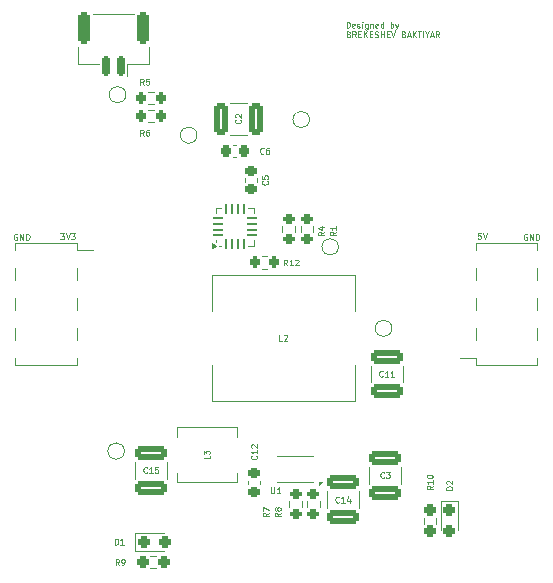
<source format=gto>
G04 #@! TF.GenerationSoftware,KiCad,Pcbnew,8.0.1*
G04 #@! TF.CreationDate,2025-02-17T13:19:52+05:00*
G04 #@! TF.ProjectId,2s_power,32735f70-6f77-4657-922e-6b696361645f,rev?*
G04 #@! TF.SameCoordinates,Original*
G04 #@! TF.FileFunction,Legend,Top*
G04 #@! TF.FilePolarity,Positive*
%FSLAX46Y46*%
G04 Gerber Fmt 4.6, Leading zero omitted, Abs format (unit mm)*
G04 Created by KiCad (PCBNEW 8.0.1) date 2025-02-17 13:19:52*
%MOMM*%
%LPD*%
G01*
G04 APERTURE LIST*
G04 Aperture macros list*
%AMRoundRect*
0 Rectangle with rounded corners*
0 $1 Rounding radius*
0 $2 $3 $4 $5 $6 $7 $8 $9 X,Y pos of 4 corners*
0 Add a 4 corners polygon primitive as box body*
4,1,4,$2,$3,$4,$5,$6,$7,$8,$9,$2,$3,0*
0 Add four circle primitives for the rounded corners*
1,1,$1+$1,$2,$3*
1,1,$1+$1,$4,$5*
1,1,$1+$1,$6,$7*
1,1,$1+$1,$8,$9*
0 Add four rect primitives between the rounded corners*
20,1,$1+$1,$2,$3,$4,$5,0*
20,1,$1+$1,$4,$5,$6,$7,0*
20,1,$1+$1,$6,$7,$8,$9,0*
20,1,$1+$1,$8,$9,$2,$3,0*%
G04 Aperture macros list end*
%ADD10C,0.100000*%
%ADD11C,0.120000*%
%ADD12R,3.000000X1.000000*%
%ADD13RoundRect,0.237500X-0.237500X0.250000X-0.237500X-0.250000X0.237500X-0.250000X0.237500X0.250000X0*%
%ADD14R,3.500000X4.000000*%
%ADD15RoundRect,0.250000X-1.100000X0.325000X-1.100000X-0.325000X1.100000X-0.325000X1.100000X0.325000X0*%
%ADD16C,2.200000*%
%ADD17RoundRect,0.200000X-0.275000X0.200000X-0.275000X-0.200000X0.275000X-0.200000X0.275000X0.200000X0*%
%ADD18C,1.000000*%
%ADD19RoundRect,0.062500X0.062500X-0.350000X0.062500X0.350000X-0.062500X0.350000X-0.062500X-0.350000X0*%
%ADD20RoundRect,0.062500X0.350000X-0.062500X0.350000X0.062500X-0.350000X0.062500X-0.350000X-0.062500X0*%
%ADD21R,1.680000X1.680000*%
%ADD22R,1.500000X2.500000*%
%ADD23RoundRect,0.200000X0.275000X-0.200000X0.275000X0.200000X-0.275000X0.200000X-0.275000X-0.200000X0*%
%ADD24RoundRect,0.200000X-0.200000X-0.275000X0.200000X-0.275000X0.200000X0.275000X-0.200000X0.275000X0*%
%ADD25RoundRect,0.237500X-0.250000X-0.237500X0.250000X-0.237500X0.250000X0.237500X-0.250000X0.237500X0*%
%ADD26RoundRect,0.225000X-0.250000X0.225000X-0.250000X-0.225000X0.250000X-0.225000X0.250000X0.225000X0*%
%ADD27RoundRect,0.225000X0.250000X-0.225000X0.250000X0.225000X-0.250000X0.225000X-0.250000X-0.225000X0*%
%ADD28RoundRect,0.250000X-0.325000X-1.100000X0.325000X-1.100000X0.325000X1.100000X-0.325000X1.100000X0*%
%ADD29RoundRect,0.200000X0.200000X0.275000X-0.200000X0.275000X-0.200000X-0.275000X0.200000X-0.275000X0*%
%ADD30R,0.750000X0.300000*%
%ADD31R,1.750000X1.450000*%
%ADD32RoundRect,0.237500X-0.237500X0.287500X-0.237500X-0.287500X0.237500X-0.287500X0.237500X0.287500X0*%
%ADD33RoundRect,0.150000X0.150000X0.700000X-0.150000X0.700000X-0.150000X-0.700000X0.150000X-0.700000X0*%
%ADD34RoundRect,0.250000X0.250000X1.100000X-0.250000X1.100000X-0.250000X-1.100000X0.250000X-1.100000X0*%
%ADD35RoundRect,0.237500X-0.287500X-0.237500X0.287500X-0.237500X0.287500X0.237500X-0.287500X0.237500X0*%
%ADD36RoundRect,0.225000X0.225000X0.250000X-0.225000X0.250000X-0.225000X-0.250000X0.225000X-0.250000X0*%
%ADD37R,3.800000X3.800000*%
%ADD38C,3.800000*%
G04 APERTURE END LIST*
D10*
X186121741Y-99082419D02*
X186074122Y-99058609D01*
X186074122Y-99058609D02*
X186002693Y-99058609D01*
X186002693Y-99058609D02*
X185931265Y-99082419D01*
X185931265Y-99082419D02*
X185883646Y-99130038D01*
X185883646Y-99130038D02*
X185859836Y-99177657D01*
X185859836Y-99177657D02*
X185836027Y-99272895D01*
X185836027Y-99272895D02*
X185836027Y-99344323D01*
X185836027Y-99344323D02*
X185859836Y-99439561D01*
X185859836Y-99439561D02*
X185883646Y-99487180D01*
X185883646Y-99487180D02*
X185931265Y-99534800D01*
X185931265Y-99534800D02*
X186002693Y-99558609D01*
X186002693Y-99558609D02*
X186050312Y-99558609D01*
X186050312Y-99558609D02*
X186121741Y-99534800D01*
X186121741Y-99534800D02*
X186145550Y-99510990D01*
X186145550Y-99510990D02*
X186145550Y-99344323D01*
X186145550Y-99344323D02*
X186050312Y-99344323D01*
X186359836Y-99558609D02*
X186359836Y-99058609D01*
X186359836Y-99058609D02*
X186645550Y-99558609D01*
X186645550Y-99558609D02*
X186645550Y-99058609D01*
X186883646Y-99558609D02*
X186883646Y-99058609D01*
X186883646Y-99058609D02*
X187002694Y-99058609D01*
X187002694Y-99058609D02*
X187074122Y-99082419D01*
X187074122Y-99082419D02*
X187121741Y-99130038D01*
X187121741Y-99130038D02*
X187145551Y-99177657D01*
X187145551Y-99177657D02*
X187169360Y-99272895D01*
X187169360Y-99272895D02*
X187169360Y-99344323D01*
X187169360Y-99344323D02*
X187145551Y-99439561D01*
X187145551Y-99439561D02*
X187121741Y-99487180D01*
X187121741Y-99487180D02*
X187074122Y-99534800D01*
X187074122Y-99534800D02*
X187002694Y-99558609D01*
X187002694Y-99558609D02*
X186883646Y-99558609D01*
X146612217Y-99008609D02*
X146921741Y-99008609D01*
X146921741Y-99008609D02*
X146755074Y-99199085D01*
X146755074Y-99199085D02*
X146826503Y-99199085D01*
X146826503Y-99199085D02*
X146874122Y-99222895D01*
X146874122Y-99222895D02*
X146897931Y-99246704D01*
X146897931Y-99246704D02*
X146921741Y-99294323D01*
X146921741Y-99294323D02*
X146921741Y-99413371D01*
X146921741Y-99413371D02*
X146897931Y-99460990D01*
X146897931Y-99460990D02*
X146874122Y-99484800D01*
X146874122Y-99484800D02*
X146826503Y-99508609D01*
X146826503Y-99508609D02*
X146683646Y-99508609D01*
X146683646Y-99508609D02*
X146636027Y-99484800D01*
X146636027Y-99484800D02*
X146612217Y-99460990D01*
X147064598Y-99008609D02*
X147231264Y-99508609D01*
X147231264Y-99508609D02*
X147397931Y-99008609D01*
X147516978Y-99008609D02*
X147826502Y-99008609D01*
X147826502Y-99008609D02*
X147659835Y-99199085D01*
X147659835Y-99199085D02*
X147731264Y-99199085D01*
X147731264Y-99199085D02*
X147778883Y-99222895D01*
X147778883Y-99222895D02*
X147802692Y-99246704D01*
X147802692Y-99246704D02*
X147826502Y-99294323D01*
X147826502Y-99294323D02*
X147826502Y-99413371D01*
X147826502Y-99413371D02*
X147802692Y-99460990D01*
X147802692Y-99460990D02*
X147778883Y-99484800D01*
X147778883Y-99484800D02*
X147731264Y-99508609D01*
X147731264Y-99508609D02*
X147588407Y-99508609D01*
X147588407Y-99508609D02*
X147540788Y-99484800D01*
X147540788Y-99484800D02*
X147516978Y-99460990D01*
X182197931Y-98983609D02*
X181959836Y-98983609D01*
X181959836Y-98983609D02*
X181936027Y-99221704D01*
X181936027Y-99221704D02*
X181959836Y-99197895D01*
X181959836Y-99197895D02*
X182007455Y-99174085D01*
X182007455Y-99174085D02*
X182126503Y-99174085D01*
X182126503Y-99174085D02*
X182174122Y-99197895D01*
X182174122Y-99197895D02*
X182197931Y-99221704D01*
X182197931Y-99221704D02*
X182221741Y-99269323D01*
X182221741Y-99269323D02*
X182221741Y-99388371D01*
X182221741Y-99388371D02*
X182197931Y-99435990D01*
X182197931Y-99435990D02*
X182174122Y-99459800D01*
X182174122Y-99459800D02*
X182126503Y-99483609D01*
X182126503Y-99483609D02*
X182007455Y-99483609D01*
X182007455Y-99483609D02*
X181959836Y-99459800D01*
X181959836Y-99459800D02*
X181936027Y-99435990D01*
X182364598Y-98983609D02*
X182531264Y-99483609D01*
X182531264Y-99483609D02*
X182697931Y-98983609D01*
X170834836Y-81603637D02*
X170834836Y-81103637D01*
X170834836Y-81103637D02*
X170953884Y-81103637D01*
X170953884Y-81103637D02*
X171025312Y-81127447D01*
X171025312Y-81127447D02*
X171072931Y-81175066D01*
X171072931Y-81175066D02*
X171096741Y-81222685D01*
X171096741Y-81222685D02*
X171120550Y-81317923D01*
X171120550Y-81317923D02*
X171120550Y-81389351D01*
X171120550Y-81389351D02*
X171096741Y-81484589D01*
X171096741Y-81484589D02*
X171072931Y-81532208D01*
X171072931Y-81532208D02*
X171025312Y-81579828D01*
X171025312Y-81579828D02*
X170953884Y-81603637D01*
X170953884Y-81603637D02*
X170834836Y-81603637D01*
X171525312Y-81579828D02*
X171477693Y-81603637D01*
X171477693Y-81603637D02*
X171382455Y-81603637D01*
X171382455Y-81603637D02*
X171334836Y-81579828D01*
X171334836Y-81579828D02*
X171311027Y-81532208D01*
X171311027Y-81532208D02*
X171311027Y-81341732D01*
X171311027Y-81341732D02*
X171334836Y-81294113D01*
X171334836Y-81294113D02*
X171382455Y-81270304D01*
X171382455Y-81270304D02*
X171477693Y-81270304D01*
X171477693Y-81270304D02*
X171525312Y-81294113D01*
X171525312Y-81294113D02*
X171549122Y-81341732D01*
X171549122Y-81341732D02*
X171549122Y-81389351D01*
X171549122Y-81389351D02*
X171311027Y-81436970D01*
X171739598Y-81579828D02*
X171787217Y-81603637D01*
X171787217Y-81603637D02*
X171882455Y-81603637D01*
X171882455Y-81603637D02*
X171930074Y-81579828D01*
X171930074Y-81579828D02*
X171953883Y-81532208D01*
X171953883Y-81532208D02*
X171953883Y-81508399D01*
X171953883Y-81508399D02*
X171930074Y-81460780D01*
X171930074Y-81460780D02*
X171882455Y-81436970D01*
X171882455Y-81436970D02*
X171811026Y-81436970D01*
X171811026Y-81436970D02*
X171763407Y-81413161D01*
X171763407Y-81413161D02*
X171739598Y-81365542D01*
X171739598Y-81365542D02*
X171739598Y-81341732D01*
X171739598Y-81341732D02*
X171763407Y-81294113D01*
X171763407Y-81294113D02*
X171811026Y-81270304D01*
X171811026Y-81270304D02*
X171882455Y-81270304D01*
X171882455Y-81270304D02*
X171930074Y-81294113D01*
X172168169Y-81603637D02*
X172168169Y-81270304D01*
X172168169Y-81103637D02*
X172144360Y-81127447D01*
X172144360Y-81127447D02*
X172168169Y-81151256D01*
X172168169Y-81151256D02*
X172191979Y-81127447D01*
X172191979Y-81127447D02*
X172168169Y-81103637D01*
X172168169Y-81103637D02*
X172168169Y-81151256D01*
X172620550Y-81270304D02*
X172620550Y-81675066D01*
X172620550Y-81675066D02*
X172596740Y-81722685D01*
X172596740Y-81722685D02*
X172572931Y-81746494D01*
X172572931Y-81746494D02*
X172525312Y-81770304D01*
X172525312Y-81770304D02*
X172453883Y-81770304D01*
X172453883Y-81770304D02*
X172406264Y-81746494D01*
X172620550Y-81579828D02*
X172572931Y-81603637D01*
X172572931Y-81603637D02*
X172477693Y-81603637D01*
X172477693Y-81603637D02*
X172430074Y-81579828D01*
X172430074Y-81579828D02*
X172406264Y-81556018D01*
X172406264Y-81556018D02*
X172382455Y-81508399D01*
X172382455Y-81508399D02*
X172382455Y-81365542D01*
X172382455Y-81365542D02*
X172406264Y-81317923D01*
X172406264Y-81317923D02*
X172430074Y-81294113D01*
X172430074Y-81294113D02*
X172477693Y-81270304D01*
X172477693Y-81270304D02*
X172572931Y-81270304D01*
X172572931Y-81270304D02*
X172620550Y-81294113D01*
X172858645Y-81270304D02*
X172858645Y-81603637D01*
X172858645Y-81317923D02*
X172882455Y-81294113D01*
X172882455Y-81294113D02*
X172930074Y-81270304D01*
X172930074Y-81270304D02*
X173001502Y-81270304D01*
X173001502Y-81270304D02*
X173049121Y-81294113D01*
X173049121Y-81294113D02*
X173072931Y-81341732D01*
X173072931Y-81341732D02*
X173072931Y-81603637D01*
X173501502Y-81579828D02*
X173453883Y-81603637D01*
X173453883Y-81603637D02*
X173358645Y-81603637D01*
X173358645Y-81603637D02*
X173311026Y-81579828D01*
X173311026Y-81579828D02*
X173287217Y-81532208D01*
X173287217Y-81532208D02*
X173287217Y-81341732D01*
X173287217Y-81341732D02*
X173311026Y-81294113D01*
X173311026Y-81294113D02*
X173358645Y-81270304D01*
X173358645Y-81270304D02*
X173453883Y-81270304D01*
X173453883Y-81270304D02*
X173501502Y-81294113D01*
X173501502Y-81294113D02*
X173525312Y-81341732D01*
X173525312Y-81341732D02*
X173525312Y-81389351D01*
X173525312Y-81389351D02*
X173287217Y-81436970D01*
X173953883Y-81603637D02*
X173953883Y-81103637D01*
X173953883Y-81579828D02*
X173906264Y-81603637D01*
X173906264Y-81603637D02*
X173811026Y-81603637D01*
X173811026Y-81603637D02*
X173763407Y-81579828D01*
X173763407Y-81579828D02*
X173739597Y-81556018D01*
X173739597Y-81556018D02*
X173715788Y-81508399D01*
X173715788Y-81508399D02*
X173715788Y-81365542D01*
X173715788Y-81365542D02*
X173739597Y-81317923D01*
X173739597Y-81317923D02*
X173763407Y-81294113D01*
X173763407Y-81294113D02*
X173811026Y-81270304D01*
X173811026Y-81270304D02*
X173906264Y-81270304D01*
X173906264Y-81270304D02*
X173953883Y-81294113D01*
X174572930Y-81603637D02*
X174572930Y-81103637D01*
X174572930Y-81294113D02*
X174620549Y-81270304D01*
X174620549Y-81270304D02*
X174715787Y-81270304D01*
X174715787Y-81270304D02*
X174763406Y-81294113D01*
X174763406Y-81294113D02*
X174787216Y-81317923D01*
X174787216Y-81317923D02*
X174811025Y-81365542D01*
X174811025Y-81365542D02*
X174811025Y-81508399D01*
X174811025Y-81508399D02*
X174787216Y-81556018D01*
X174787216Y-81556018D02*
X174763406Y-81579828D01*
X174763406Y-81579828D02*
X174715787Y-81603637D01*
X174715787Y-81603637D02*
X174620549Y-81603637D01*
X174620549Y-81603637D02*
X174572930Y-81579828D01*
X174977692Y-81270304D02*
X175096740Y-81603637D01*
X175215787Y-81270304D02*
X175096740Y-81603637D01*
X175096740Y-81603637D02*
X175049121Y-81722685D01*
X175049121Y-81722685D02*
X175025311Y-81746494D01*
X175025311Y-81746494D02*
X174977692Y-81770304D01*
X171001503Y-82146704D02*
X171072931Y-82170514D01*
X171072931Y-82170514D02*
X171096741Y-82194323D01*
X171096741Y-82194323D02*
X171120550Y-82241942D01*
X171120550Y-82241942D02*
X171120550Y-82313371D01*
X171120550Y-82313371D02*
X171096741Y-82360990D01*
X171096741Y-82360990D02*
X171072931Y-82384800D01*
X171072931Y-82384800D02*
X171025312Y-82408609D01*
X171025312Y-82408609D02*
X170834836Y-82408609D01*
X170834836Y-82408609D02*
X170834836Y-81908609D01*
X170834836Y-81908609D02*
X171001503Y-81908609D01*
X171001503Y-81908609D02*
X171049122Y-81932419D01*
X171049122Y-81932419D02*
X171072931Y-81956228D01*
X171072931Y-81956228D02*
X171096741Y-82003847D01*
X171096741Y-82003847D02*
X171096741Y-82051466D01*
X171096741Y-82051466D02*
X171072931Y-82099085D01*
X171072931Y-82099085D02*
X171049122Y-82122895D01*
X171049122Y-82122895D02*
X171001503Y-82146704D01*
X171001503Y-82146704D02*
X170834836Y-82146704D01*
X171620550Y-82408609D02*
X171453884Y-82170514D01*
X171334836Y-82408609D02*
X171334836Y-81908609D01*
X171334836Y-81908609D02*
X171525312Y-81908609D01*
X171525312Y-81908609D02*
X171572931Y-81932419D01*
X171572931Y-81932419D02*
X171596741Y-81956228D01*
X171596741Y-81956228D02*
X171620550Y-82003847D01*
X171620550Y-82003847D02*
X171620550Y-82075276D01*
X171620550Y-82075276D02*
X171596741Y-82122895D01*
X171596741Y-82122895D02*
X171572931Y-82146704D01*
X171572931Y-82146704D02*
X171525312Y-82170514D01*
X171525312Y-82170514D02*
X171334836Y-82170514D01*
X171834836Y-82146704D02*
X172001503Y-82146704D01*
X172072931Y-82408609D02*
X171834836Y-82408609D01*
X171834836Y-82408609D02*
X171834836Y-81908609D01*
X171834836Y-81908609D02*
X172072931Y-81908609D01*
X172287217Y-82408609D02*
X172287217Y-81908609D01*
X172572931Y-82408609D02*
X172358646Y-82122895D01*
X172572931Y-81908609D02*
X172287217Y-82194323D01*
X172787217Y-82146704D02*
X172953884Y-82146704D01*
X173025312Y-82408609D02*
X172787217Y-82408609D01*
X172787217Y-82408609D02*
X172787217Y-81908609D01*
X172787217Y-81908609D02*
X173025312Y-81908609D01*
X173215789Y-82384800D02*
X173287217Y-82408609D01*
X173287217Y-82408609D02*
X173406265Y-82408609D01*
X173406265Y-82408609D02*
X173453884Y-82384800D01*
X173453884Y-82384800D02*
X173477693Y-82360990D01*
X173477693Y-82360990D02*
X173501503Y-82313371D01*
X173501503Y-82313371D02*
X173501503Y-82265752D01*
X173501503Y-82265752D02*
X173477693Y-82218133D01*
X173477693Y-82218133D02*
X173453884Y-82194323D01*
X173453884Y-82194323D02*
X173406265Y-82170514D01*
X173406265Y-82170514D02*
X173311027Y-82146704D01*
X173311027Y-82146704D02*
X173263408Y-82122895D01*
X173263408Y-82122895D02*
X173239598Y-82099085D01*
X173239598Y-82099085D02*
X173215789Y-82051466D01*
X173215789Y-82051466D02*
X173215789Y-82003847D01*
X173215789Y-82003847D02*
X173239598Y-81956228D01*
X173239598Y-81956228D02*
X173263408Y-81932419D01*
X173263408Y-81932419D02*
X173311027Y-81908609D01*
X173311027Y-81908609D02*
X173430074Y-81908609D01*
X173430074Y-81908609D02*
X173501503Y-81932419D01*
X173715788Y-82408609D02*
X173715788Y-81908609D01*
X173715788Y-82146704D02*
X174001502Y-82146704D01*
X174001502Y-82408609D02*
X174001502Y-81908609D01*
X174239598Y-82146704D02*
X174406265Y-82146704D01*
X174477693Y-82408609D02*
X174239598Y-82408609D01*
X174239598Y-82408609D02*
X174239598Y-81908609D01*
X174239598Y-81908609D02*
X174477693Y-81908609D01*
X174620551Y-81908609D02*
X174787217Y-82408609D01*
X174787217Y-82408609D02*
X174953884Y-81908609D01*
X175668169Y-82146704D02*
X175739597Y-82170514D01*
X175739597Y-82170514D02*
X175763407Y-82194323D01*
X175763407Y-82194323D02*
X175787216Y-82241942D01*
X175787216Y-82241942D02*
X175787216Y-82313371D01*
X175787216Y-82313371D02*
X175763407Y-82360990D01*
X175763407Y-82360990D02*
X175739597Y-82384800D01*
X175739597Y-82384800D02*
X175691978Y-82408609D01*
X175691978Y-82408609D02*
X175501502Y-82408609D01*
X175501502Y-82408609D02*
X175501502Y-81908609D01*
X175501502Y-81908609D02*
X175668169Y-81908609D01*
X175668169Y-81908609D02*
X175715788Y-81932419D01*
X175715788Y-81932419D02*
X175739597Y-81956228D01*
X175739597Y-81956228D02*
X175763407Y-82003847D01*
X175763407Y-82003847D02*
X175763407Y-82051466D01*
X175763407Y-82051466D02*
X175739597Y-82099085D01*
X175739597Y-82099085D02*
X175715788Y-82122895D01*
X175715788Y-82122895D02*
X175668169Y-82146704D01*
X175668169Y-82146704D02*
X175501502Y-82146704D01*
X175977693Y-82265752D02*
X176215788Y-82265752D01*
X175930074Y-82408609D02*
X176096740Y-81908609D01*
X176096740Y-81908609D02*
X176263407Y-82408609D01*
X176430073Y-82408609D02*
X176430073Y-81908609D01*
X176715787Y-82408609D02*
X176501502Y-82122895D01*
X176715787Y-81908609D02*
X176430073Y-82194323D01*
X176858645Y-81908609D02*
X177144359Y-81908609D01*
X177001502Y-82408609D02*
X177001502Y-81908609D01*
X177311025Y-82408609D02*
X177311025Y-81908609D01*
X177644358Y-82170514D02*
X177644358Y-82408609D01*
X177477692Y-81908609D02*
X177644358Y-82170514D01*
X177644358Y-82170514D02*
X177811025Y-81908609D01*
X177953882Y-82265752D02*
X178191977Y-82265752D01*
X177906263Y-82408609D02*
X178072929Y-81908609D01*
X178072929Y-81908609D02*
X178239596Y-82408609D01*
X178691976Y-82408609D02*
X178525310Y-82170514D01*
X178406262Y-82408609D02*
X178406262Y-81908609D01*
X178406262Y-81908609D02*
X178596738Y-81908609D01*
X178596738Y-81908609D02*
X178644357Y-81932419D01*
X178644357Y-81932419D02*
X178668167Y-81956228D01*
X178668167Y-81956228D02*
X178691976Y-82003847D01*
X178691976Y-82003847D02*
X178691976Y-82075276D01*
X178691976Y-82075276D02*
X178668167Y-82122895D01*
X178668167Y-82122895D02*
X178644357Y-82146704D01*
X178644357Y-82146704D02*
X178596738Y-82170514D01*
X178596738Y-82170514D02*
X178406262Y-82170514D01*
X142946741Y-99082419D02*
X142899122Y-99058609D01*
X142899122Y-99058609D02*
X142827693Y-99058609D01*
X142827693Y-99058609D02*
X142756265Y-99082419D01*
X142756265Y-99082419D02*
X142708646Y-99130038D01*
X142708646Y-99130038D02*
X142684836Y-99177657D01*
X142684836Y-99177657D02*
X142661027Y-99272895D01*
X142661027Y-99272895D02*
X142661027Y-99344323D01*
X142661027Y-99344323D02*
X142684836Y-99439561D01*
X142684836Y-99439561D02*
X142708646Y-99487180D01*
X142708646Y-99487180D02*
X142756265Y-99534800D01*
X142756265Y-99534800D02*
X142827693Y-99558609D01*
X142827693Y-99558609D02*
X142875312Y-99558609D01*
X142875312Y-99558609D02*
X142946741Y-99534800D01*
X142946741Y-99534800D02*
X142970550Y-99510990D01*
X142970550Y-99510990D02*
X142970550Y-99344323D01*
X142970550Y-99344323D02*
X142875312Y-99344323D01*
X143184836Y-99558609D02*
X143184836Y-99058609D01*
X143184836Y-99058609D02*
X143470550Y-99558609D01*
X143470550Y-99558609D02*
X143470550Y-99058609D01*
X143708646Y-99558609D02*
X143708646Y-99058609D01*
X143708646Y-99058609D02*
X143827694Y-99058609D01*
X143827694Y-99058609D02*
X143899122Y-99082419D01*
X143899122Y-99082419D02*
X143946741Y-99130038D01*
X143946741Y-99130038D02*
X143970551Y-99177657D01*
X143970551Y-99177657D02*
X143994360Y-99272895D01*
X143994360Y-99272895D02*
X143994360Y-99344323D01*
X143994360Y-99344323D02*
X143970551Y-99439561D01*
X143970551Y-99439561D02*
X143946741Y-99487180D01*
X143946741Y-99487180D02*
X143899122Y-99534800D01*
X143899122Y-99534800D02*
X143827694Y-99558609D01*
X143827694Y-99558609D02*
X143708646Y-99558609D01*
X178127909Y-120394879D02*
X177889814Y-120561545D01*
X178127909Y-120680593D02*
X177627909Y-120680593D01*
X177627909Y-120680593D02*
X177627909Y-120490117D01*
X177627909Y-120490117D02*
X177651719Y-120442498D01*
X177651719Y-120442498D02*
X177675528Y-120418688D01*
X177675528Y-120418688D02*
X177723147Y-120394879D01*
X177723147Y-120394879D02*
X177794576Y-120394879D01*
X177794576Y-120394879D02*
X177842195Y-120418688D01*
X177842195Y-120418688D02*
X177866004Y-120442498D01*
X177866004Y-120442498D02*
X177889814Y-120490117D01*
X177889814Y-120490117D02*
X177889814Y-120680593D01*
X178127909Y-119918688D02*
X178127909Y-120204402D01*
X178127909Y-120061545D02*
X177627909Y-120061545D01*
X177627909Y-120061545D02*
X177699338Y-120109164D01*
X177699338Y-120109164D02*
X177746957Y-120156783D01*
X177746957Y-120156783D02*
X177770766Y-120204402D01*
X177627909Y-119609165D02*
X177627909Y-119561546D01*
X177627909Y-119561546D02*
X177651719Y-119513927D01*
X177651719Y-119513927D02*
X177675528Y-119490117D01*
X177675528Y-119490117D02*
X177723147Y-119466308D01*
X177723147Y-119466308D02*
X177818385Y-119442498D01*
X177818385Y-119442498D02*
X177937433Y-119442498D01*
X177937433Y-119442498D02*
X178032671Y-119466308D01*
X178032671Y-119466308D02*
X178080290Y-119490117D01*
X178080290Y-119490117D02*
X178104100Y-119513927D01*
X178104100Y-119513927D02*
X178127909Y-119561546D01*
X178127909Y-119561546D02*
X178127909Y-119609165D01*
X178127909Y-119609165D02*
X178104100Y-119656784D01*
X178104100Y-119656784D02*
X178080290Y-119680593D01*
X178080290Y-119680593D02*
X178032671Y-119704403D01*
X178032671Y-119704403D02*
X177937433Y-119728212D01*
X177937433Y-119728212D02*
X177818385Y-119728212D01*
X177818385Y-119728212D02*
X177723147Y-119704403D01*
X177723147Y-119704403D02*
X177675528Y-119680593D01*
X177675528Y-119680593D02*
X177651719Y-119656784D01*
X177651719Y-119656784D02*
X177627909Y-119609165D01*
X165391666Y-108101109D02*
X165153571Y-108101109D01*
X165153571Y-108101109D02*
X165153571Y-107601109D01*
X165534524Y-107648728D02*
X165558333Y-107624919D01*
X165558333Y-107624919D02*
X165605952Y-107601109D01*
X165605952Y-107601109D02*
X165725000Y-107601109D01*
X165725000Y-107601109D02*
X165772619Y-107624919D01*
X165772619Y-107624919D02*
X165796428Y-107648728D01*
X165796428Y-107648728D02*
X165820238Y-107696347D01*
X165820238Y-107696347D02*
X165820238Y-107743966D01*
X165820238Y-107743966D02*
X165796428Y-107815395D01*
X165796428Y-107815395D02*
X165510714Y-108101109D01*
X165510714Y-108101109D02*
X165820238Y-108101109D01*
X170203572Y-121753492D02*
X170179763Y-121777302D01*
X170179763Y-121777302D02*
X170108334Y-121801111D01*
X170108334Y-121801111D02*
X170060715Y-121801111D01*
X170060715Y-121801111D02*
X169989287Y-121777302D01*
X169989287Y-121777302D02*
X169941668Y-121729682D01*
X169941668Y-121729682D02*
X169917858Y-121682063D01*
X169917858Y-121682063D02*
X169894049Y-121586825D01*
X169894049Y-121586825D02*
X169894049Y-121515397D01*
X169894049Y-121515397D02*
X169917858Y-121420159D01*
X169917858Y-121420159D02*
X169941668Y-121372540D01*
X169941668Y-121372540D02*
X169989287Y-121324921D01*
X169989287Y-121324921D02*
X170060715Y-121301111D01*
X170060715Y-121301111D02*
X170108334Y-121301111D01*
X170108334Y-121301111D02*
X170179763Y-121324921D01*
X170179763Y-121324921D02*
X170203572Y-121348730D01*
X170679763Y-121801111D02*
X170394049Y-121801111D01*
X170536906Y-121801111D02*
X170536906Y-121301111D01*
X170536906Y-121301111D02*
X170489287Y-121372540D01*
X170489287Y-121372540D02*
X170441668Y-121420159D01*
X170441668Y-121420159D02*
X170394049Y-121443968D01*
X171108334Y-121467778D02*
X171108334Y-121801111D01*
X170989286Y-121277302D02*
X170870239Y-121634444D01*
X170870239Y-121634444D02*
X171179762Y-121634444D01*
X169951109Y-98883333D02*
X169713014Y-99049999D01*
X169951109Y-99169047D02*
X169451109Y-99169047D01*
X169451109Y-99169047D02*
X169451109Y-98978571D01*
X169451109Y-98978571D02*
X169474919Y-98930952D01*
X169474919Y-98930952D02*
X169498728Y-98907142D01*
X169498728Y-98907142D02*
X169546347Y-98883333D01*
X169546347Y-98883333D02*
X169617776Y-98883333D01*
X169617776Y-98883333D02*
X169665395Y-98907142D01*
X169665395Y-98907142D02*
X169689204Y-98930952D01*
X169689204Y-98930952D02*
X169713014Y-98978571D01*
X169713014Y-98978571D02*
X169713014Y-99169047D01*
X169951109Y-98407142D02*
X169951109Y-98692856D01*
X169951109Y-98549999D02*
X169451109Y-98549999D01*
X169451109Y-98549999D02*
X169522538Y-98597618D01*
X169522538Y-98597618D02*
X169570157Y-98645237D01*
X169570157Y-98645237D02*
X169593966Y-98692856D01*
X159251109Y-117833333D02*
X159251109Y-118071428D01*
X159251109Y-118071428D02*
X158751109Y-118071428D01*
X158751109Y-117714285D02*
X158751109Y-117404761D01*
X158751109Y-117404761D02*
X158941585Y-117571428D01*
X158941585Y-117571428D02*
X158941585Y-117499999D01*
X158941585Y-117499999D02*
X158965395Y-117452380D01*
X158965395Y-117452380D02*
X158989204Y-117428571D01*
X158989204Y-117428571D02*
X159036823Y-117404761D01*
X159036823Y-117404761D02*
X159155871Y-117404761D01*
X159155871Y-117404761D02*
X159203490Y-117428571D01*
X159203490Y-117428571D02*
X159227300Y-117452380D01*
X159227300Y-117452380D02*
X159251109Y-117499999D01*
X159251109Y-117499999D02*
X159251109Y-117642856D01*
X159251109Y-117642856D02*
X159227300Y-117690475D01*
X159227300Y-117690475D02*
X159203490Y-117714285D01*
X174018466Y-119670691D02*
X173994657Y-119694501D01*
X173994657Y-119694501D02*
X173923228Y-119718310D01*
X173923228Y-119718310D02*
X173875609Y-119718310D01*
X173875609Y-119718310D02*
X173804181Y-119694501D01*
X173804181Y-119694501D02*
X173756562Y-119646881D01*
X173756562Y-119646881D02*
X173732752Y-119599262D01*
X173732752Y-119599262D02*
X173708943Y-119504024D01*
X173708943Y-119504024D02*
X173708943Y-119432596D01*
X173708943Y-119432596D02*
X173732752Y-119337358D01*
X173732752Y-119337358D02*
X173756562Y-119289739D01*
X173756562Y-119289739D02*
X173804181Y-119242120D01*
X173804181Y-119242120D02*
X173875609Y-119218310D01*
X173875609Y-119218310D02*
X173923228Y-119218310D01*
X173923228Y-119218310D02*
X173994657Y-119242120D01*
X173994657Y-119242120D02*
X174018466Y-119265929D01*
X174185133Y-119218310D02*
X174494657Y-119218310D01*
X174494657Y-119218310D02*
X174327990Y-119408786D01*
X174327990Y-119408786D02*
X174399419Y-119408786D01*
X174399419Y-119408786D02*
X174447038Y-119432596D01*
X174447038Y-119432596D02*
X174470847Y-119456405D01*
X174470847Y-119456405D02*
X174494657Y-119504024D01*
X174494657Y-119504024D02*
X174494657Y-119623072D01*
X174494657Y-119623072D02*
X174470847Y-119670691D01*
X174470847Y-119670691D02*
X174447038Y-119694501D01*
X174447038Y-119694501D02*
X174399419Y-119718310D01*
X174399419Y-119718310D02*
X174256562Y-119718310D01*
X174256562Y-119718310D02*
X174208943Y-119694501D01*
X174208943Y-119694501D02*
X174185133Y-119670691D01*
X165251109Y-122683334D02*
X165013014Y-122850000D01*
X165251109Y-122969048D02*
X164751109Y-122969048D01*
X164751109Y-122969048D02*
X164751109Y-122778572D01*
X164751109Y-122778572D02*
X164774919Y-122730953D01*
X164774919Y-122730953D02*
X164798728Y-122707143D01*
X164798728Y-122707143D02*
X164846347Y-122683334D01*
X164846347Y-122683334D02*
X164917776Y-122683334D01*
X164917776Y-122683334D02*
X164965395Y-122707143D01*
X164965395Y-122707143D02*
X164989204Y-122730953D01*
X164989204Y-122730953D02*
X165013014Y-122778572D01*
X165013014Y-122778572D02*
X165013014Y-122969048D01*
X164965395Y-122397619D02*
X164941585Y-122445238D01*
X164941585Y-122445238D02*
X164917776Y-122469048D01*
X164917776Y-122469048D02*
X164870157Y-122492857D01*
X164870157Y-122492857D02*
X164846347Y-122492857D01*
X164846347Y-122492857D02*
X164798728Y-122469048D01*
X164798728Y-122469048D02*
X164774919Y-122445238D01*
X164774919Y-122445238D02*
X164751109Y-122397619D01*
X164751109Y-122397619D02*
X164751109Y-122302381D01*
X164751109Y-122302381D02*
X164774919Y-122254762D01*
X164774919Y-122254762D02*
X164798728Y-122230953D01*
X164798728Y-122230953D02*
X164846347Y-122207143D01*
X164846347Y-122207143D02*
X164870157Y-122207143D01*
X164870157Y-122207143D02*
X164917776Y-122230953D01*
X164917776Y-122230953D02*
X164941585Y-122254762D01*
X164941585Y-122254762D02*
X164965395Y-122302381D01*
X164965395Y-122302381D02*
X164965395Y-122397619D01*
X164965395Y-122397619D02*
X164989204Y-122445238D01*
X164989204Y-122445238D02*
X165013014Y-122469048D01*
X165013014Y-122469048D02*
X165060633Y-122492857D01*
X165060633Y-122492857D02*
X165155871Y-122492857D01*
X165155871Y-122492857D02*
X165203490Y-122469048D01*
X165203490Y-122469048D02*
X165227300Y-122445238D01*
X165227300Y-122445238D02*
X165251109Y-122397619D01*
X165251109Y-122397619D02*
X165251109Y-122302381D01*
X165251109Y-122302381D02*
X165227300Y-122254762D01*
X165227300Y-122254762D02*
X165203490Y-122230953D01*
X165203490Y-122230953D02*
X165155871Y-122207143D01*
X165155871Y-122207143D02*
X165060633Y-122207143D01*
X165060633Y-122207143D02*
X165013014Y-122230953D01*
X165013014Y-122230953D02*
X164989204Y-122254762D01*
X164989204Y-122254762D02*
X164965395Y-122302381D01*
X168951109Y-98883333D02*
X168713014Y-99049999D01*
X168951109Y-99169047D02*
X168451109Y-99169047D01*
X168451109Y-99169047D02*
X168451109Y-98978571D01*
X168451109Y-98978571D02*
X168474919Y-98930952D01*
X168474919Y-98930952D02*
X168498728Y-98907142D01*
X168498728Y-98907142D02*
X168546347Y-98883333D01*
X168546347Y-98883333D02*
X168617776Y-98883333D01*
X168617776Y-98883333D02*
X168665395Y-98907142D01*
X168665395Y-98907142D02*
X168689204Y-98930952D01*
X168689204Y-98930952D02*
X168713014Y-98978571D01*
X168713014Y-98978571D02*
X168713014Y-99169047D01*
X168617776Y-98454761D02*
X168951109Y-98454761D01*
X168427300Y-98573809D02*
X168784442Y-98692856D01*
X168784442Y-98692856D02*
X168784442Y-98383333D01*
X153666666Y-90726109D02*
X153500000Y-90488014D01*
X153380952Y-90726109D02*
X153380952Y-90226109D01*
X153380952Y-90226109D02*
X153571428Y-90226109D01*
X153571428Y-90226109D02*
X153619047Y-90249919D01*
X153619047Y-90249919D02*
X153642857Y-90273728D01*
X153642857Y-90273728D02*
X153666666Y-90321347D01*
X153666666Y-90321347D02*
X153666666Y-90392776D01*
X153666666Y-90392776D02*
X153642857Y-90440395D01*
X153642857Y-90440395D02*
X153619047Y-90464204D01*
X153619047Y-90464204D02*
X153571428Y-90488014D01*
X153571428Y-90488014D02*
X153380952Y-90488014D01*
X154095238Y-90226109D02*
X154000000Y-90226109D01*
X154000000Y-90226109D02*
X153952381Y-90249919D01*
X153952381Y-90249919D02*
X153928571Y-90273728D01*
X153928571Y-90273728D02*
X153880952Y-90345157D01*
X153880952Y-90345157D02*
X153857143Y-90440395D01*
X153857143Y-90440395D02*
X153857143Y-90630871D01*
X153857143Y-90630871D02*
X153880952Y-90678490D01*
X153880952Y-90678490D02*
X153904762Y-90702300D01*
X153904762Y-90702300D02*
X153952381Y-90726109D01*
X153952381Y-90726109D02*
X154047619Y-90726109D01*
X154047619Y-90726109D02*
X154095238Y-90702300D01*
X154095238Y-90702300D02*
X154119047Y-90678490D01*
X154119047Y-90678490D02*
X154142857Y-90630871D01*
X154142857Y-90630871D02*
X154142857Y-90511823D01*
X154142857Y-90511823D02*
X154119047Y-90464204D01*
X154119047Y-90464204D02*
X154095238Y-90440395D01*
X154095238Y-90440395D02*
X154047619Y-90416585D01*
X154047619Y-90416585D02*
X153952381Y-90416585D01*
X153952381Y-90416585D02*
X153904762Y-90440395D01*
X153904762Y-90440395D02*
X153880952Y-90464204D01*
X153880952Y-90464204D02*
X153857143Y-90511823D01*
X151568468Y-127080809D02*
X151401802Y-126842714D01*
X151282754Y-127080809D02*
X151282754Y-126580809D01*
X151282754Y-126580809D02*
X151473230Y-126580809D01*
X151473230Y-126580809D02*
X151520849Y-126604619D01*
X151520849Y-126604619D02*
X151544659Y-126628428D01*
X151544659Y-126628428D02*
X151568468Y-126676047D01*
X151568468Y-126676047D02*
X151568468Y-126747476D01*
X151568468Y-126747476D02*
X151544659Y-126795095D01*
X151544659Y-126795095D02*
X151520849Y-126818904D01*
X151520849Y-126818904D02*
X151473230Y-126842714D01*
X151473230Y-126842714D02*
X151282754Y-126842714D01*
X151806564Y-127080809D02*
X151901802Y-127080809D01*
X151901802Y-127080809D02*
X151949421Y-127057000D01*
X151949421Y-127057000D02*
X151973230Y-127033190D01*
X151973230Y-127033190D02*
X152020849Y-126961761D01*
X152020849Y-126961761D02*
X152044659Y-126866523D01*
X152044659Y-126866523D02*
X152044659Y-126676047D01*
X152044659Y-126676047D02*
X152020849Y-126628428D01*
X152020849Y-126628428D02*
X151997040Y-126604619D01*
X151997040Y-126604619D02*
X151949421Y-126580809D01*
X151949421Y-126580809D02*
X151854183Y-126580809D01*
X151854183Y-126580809D02*
X151806564Y-126604619D01*
X151806564Y-126604619D02*
X151782754Y-126628428D01*
X151782754Y-126628428D02*
X151758945Y-126676047D01*
X151758945Y-126676047D02*
X151758945Y-126795095D01*
X151758945Y-126795095D02*
X151782754Y-126842714D01*
X151782754Y-126842714D02*
X151806564Y-126866523D01*
X151806564Y-126866523D02*
X151854183Y-126890333D01*
X151854183Y-126890333D02*
X151949421Y-126890333D01*
X151949421Y-126890333D02*
X151997040Y-126866523D01*
X151997040Y-126866523D02*
X152020849Y-126842714D01*
X152020849Y-126842714D02*
X152044659Y-126795095D01*
X164128490Y-94583333D02*
X164152300Y-94607142D01*
X164152300Y-94607142D02*
X164176109Y-94678571D01*
X164176109Y-94678571D02*
X164176109Y-94726190D01*
X164176109Y-94726190D02*
X164152300Y-94797618D01*
X164152300Y-94797618D02*
X164104680Y-94845237D01*
X164104680Y-94845237D02*
X164057061Y-94869047D01*
X164057061Y-94869047D02*
X163961823Y-94892856D01*
X163961823Y-94892856D02*
X163890395Y-94892856D01*
X163890395Y-94892856D02*
X163795157Y-94869047D01*
X163795157Y-94869047D02*
X163747538Y-94845237D01*
X163747538Y-94845237D02*
X163699919Y-94797618D01*
X163699919Y-94797618D02*
X163676109Y-94726190D01*
X163676109Y-94726190D02*
X163676109Y-94678571D01*
X163676109Y-94678571D02*
X163699919Y-94607142D01*
X163699919Y-94607142D02*
X163723728Y-94583333D01*
X163676109Y-94130952D02*
X163676109Y-94369047D01*
X163676109Y-94369047D02*
X163914204Y-94392856D01*
X163914204Y-94392856D02*
X163890395Y-94369047D01*
X163890395Y-94369047D02*
X163866585Y-94321428D01*
X163866585Y-94321428D02*
X163866585Y-94202380D01*
X163866585Y-94202380D02*
X163890395Y-94154761D01*
X163890395Y-94154761D02*
X163914204Y-94130952D01*
X163914204Y-94130952D02*
X163961823Y-94107142D01*
X163961823Y-94107142D02*
X164080871Y-94107142D01*
X164080871Y-94107142D02*
X164128490Y-94130952D01*
X164128490Y-94130952D02*
X164152300Y-94154761D01*
X164152300Y-94154761D02*
X164176109Y-94202380D01*
X164176109Y-94202380D02*
X164176109Y-94321428D01*
X164176109Y-94321428D02*
X164152300Y-94369047D01*
X164152300Y-94369047D02*
X164128490Y-94392856D01*
X164251109Y-122683333D02*
X164013014Y-122849999D01*
X164251109Y-122969047D02*
X163751109Y-122969047D01*
X163751109Y-122969047D02*
X163751109Y-122778571D01*
X163751109Y-122778571D02*
X163774919Y-122730952D01*
X163774919Y-122730952D02*
X163798728Y-122707142D01*
X163798728Y-122707142D02*
X163846347Y-122683333D01*
X163846347Y-122683333D02*
X163917776Y-122683333D01*
X163917776Y-122683333D02*
X163965395Y-122707142D01*
X163965395Y-122707142D02*
X163989204Y-122730952D01*
X163989204Y-122730952D02*
X164013014Y-122778571D01*
X164013014Y-122778571D02*
X164013014Y-122969047D01*
X163751109Y-122516666D02*
X163751109Y-122183333D01*
X163751109Y-122183333D02*
X164251109Y-122397618D01*
X163203490Y-117821428D02*
X163227300Y-117845237D01*
X163227300Y-117845237D02*
X163251109Y-117916666D01*
X163251109Y-117916666D02*
X163251109Y-117964285D01*
X163251109Y-117964285D02*
X163227300Y-118035713D01*
X163227300Y-118035713D02*
X163179680Y-118083332D01*
X163179680Y-118083332D02*
X163132061Y-118107142D01*
X163132061Y-118107142D02*
X163036823Y-118130951D01*
X163036823Y-118130951D02*
X162965395Y-118130951D01*
X162965395Y-118130951D02*
X162870157Y-118107142D01*
X162870157Y-118107142D02*
X162822538Y-118083332D01*
X162822538Y-118083332D02*
X162774919Y-118035713D01*
X162774919Y-118035713D02*
X162751109Y-117964285D01*
X162751109Y-117964285D02*
X162751109Y-117916666D01*
X162751109Y-117916666D02*
X162774919Y-117845237D01*
X162774919Y-117845237D02*
X162798728Y-117821428D01*
X163251109Y-117345237D02*
X163251109Y-117630951D01*
X163251109Y-117488094D02*
X162751109Y-117488094D01*
X162751109Y-117488094D02*
X162822538Y-117535713D01*
X162822538Y-117535713D02*
X162870157Y-117583332D01*
X162870157Y-117583332D02*
X162893966Y-117630951D01*
X162798728Y-117154761D02*
X162774919Y-117130952D01*
X162774919Y-117130952D02*
X162751109Y-117083333D01*
X162751109Y-117083333D02*
X162751109Y-116964285D01*
X162751109Y-116964285D02*
X162774919Y-116916666D01*
X162774919Y-116916666D02*
X162798728Y-116892857D01*
X162798728Y-116892857D02*
X162846347Y-116869047D01*
X162846347Y-116869047D02*
X162893966Y-116869047D01*
X162893966Y-116869047D02*
X162965395Y-116892857D01*
X162965395Y-116892857D02*
X163251109Y-117178571D01*
X163251109Y-117178571D02*
X163251109Y-116869047D01*
X161853490Y-89383333D02*
X161877300Y-89407142D01*
X161877300Y-89407142D02*
X161901109Y-89478571D01*
X161901109Y-89478571D02*
X161901109Y-89526190D01*
X161901109Y-89526190D02*
X161877300Y-89597618D01*
X161877300Y-89597618D02*
X161829680Y-89645237D01*
X161829680Y-89645237D02*
X161782061Y-89669047D01*
X161782061Y-89669047D02*
X161686823Y-89692856D01*
X161686823Y-89692856D02*
X161615395Y-89692856D01*
X161615395Y-89692856D02*
X161520157Y-89669047D01*
X161520157Y-89669047D02*
X161472538Y-89645237D01*
X161472538Y-89645237D02*
X161424919Y-89597618D01*
X161424919Y-89597618D02*
X161401109Y-89526190D01*
X161401109Y-89526190D02*
X161401109Y-89478571D01*
X161401109Y-89478571D02*
X161424919Y-89407142D01*
X161424919Y-89407142D02*
X161448728Y-89383333D01*
X161448728Y-89192856D02*
X161424919Y-89169047D01*
X161424919Y-89169047D02*
X161401109Y-89121428D01*
X161401109Y-89121428D02*
X161401109Y-89002380D01*
X161401109Y-89002380D02*
X161424919Y-88954761D01*
X161424919Y-88954761D02*
X161448728Y-88930952D01*
X161448728Y-88930952D02*
X161496347Y-88907142D01*
X161496347Y-88907142D02*
X161543966Y-88907142D01*
X161543966Y-88907142D02*
X161615395Y-88930952D01*
X161615395Y-88930952D02*
X161901109Y-89216666D01*
X161901109Y-89216666D02*
X161901109Y-88907142D01*
X165828571Y-101726109D02*
X165661905Y-101488014D01*
X165542857Y-101726109D02*
X165542857Y-101226109D01*
X165542857Y-101226109D02*
X165733333Y-101226109D01*
X165733333Y-101226109D02*
X165780952Y-101249919D01*
X165780952Y-101249919D02*
X165804762Y-101273728D01*
X165804762Y-101273728D02*
X165828571Y-101321347D01*
X165828571Y-101321347D02*
X165828571Y-101392776D01*
X165828571Y-101392776D02*
X165804762Y-101440395D01*
X165804762Y-101440395D02*
X165780952Y-101464204D01*
X165780952Y-101464204D02*
X165733333Y-101488014D01*
X165733333Y-101488014D02*
X165542857Y-101488014D01*
X166304762Y-101726109D02*
X166019048Y-101726109D01*
X166161905Y-101726109D02*
X166161905Y-101226109D01*
X166161905Y-101226109D02*
X166114286Y-101297538D01*
X166114286Y-101297538D02*
X166066667Y-101345157D01*
X166066667Y-101345157D02*
X166019048Y-101368966D01*
X166495238Y-101273728D02*
X166519047Y-101249919D01*
X166519047Y-101249919D02*
X166566666Y-101226109D01*
X166566666Y-101226109D02*
X166685714Y-101226109D01*
X166685714Y-101226109D02*
X166733333Y-101249919D01*
X166733333Y-101249919D02*
X166757142Y-101273728D01*
X166757142Y-101273728D02*
X166780952Y-101321347D01*
X166780952Y-101321347D02*
X166780952Y-101368966D01*
X166780952Y-101368966D02*
X166757142Y-101440395D01*
X166757142Y-101440395D02*
X166471428Y-101726109D01*
X166471428Y-101726109D02*
X166780952Y-101726109D01*
X153666666Y-86426109D02*
X153500000Y-86188014D01*
X153380952Y-86426109D02*
X153380952Y-85926109D01*
X153380952Y-85926109D02*
X153571428Y-85926109D01*
X153571428Y-85926109D02*
X153619047Y-85949919D01*
X153619047Y-85949919D02*
X153642857Y-85973728D01*
X153642857Y-85973728D02*
X153666666Y-86021347D01*
X153666666Y-86021347D02*
X153666666Y-86092776D01*
X153666666Y-86092776D02*
X153642857Y-86140395D01*
X153642857Y-86140395D02*
X153619047Y-86164204D01*
X153619047Y-86164204D02*
X153571428Y-86188014D01*
X153571428Y-86188014D02*
X153380952Y-86188014D01*
X154119047Y-85926109D02*
X153880952Y-85926109D01*
X153880952Y-85926109D02*
X153857143Y-86164204D01*
X153857143Y-86164204D02*
X153880952Y-86140395D01*
X153880952Y-86140395D02*
X153928571Y-86116585D01*
X153928571Y-86116585D02*
X154047619Y-86116585D01*
X154047619Y-86116585D02*
X154095238Y-86140395D01*
X154095238Y-86140395D02*
X154119047Y-86164204D01*
X154119047Y-86164204D02*
X154142857Y-86211823D01*
X154142857Y-86211823D02*
X154142857Y-86330871D01*
X154142857Y-86330871D02*
X154119047Y-86378490D01*
X154119047Y-86378490D02*
X154095238Y-86402300D01*
X154095238Y-86402300D02*
X154047619Y-86426109D01*
X154047619Y-86426109D02*
X153928571Y-86426109D01*
X153928571Y-86426109D02*
X153880952Y-86402300D01*
X153880952Y-86402300D02*
X153857143Y-86378490D01*
X153949572Y-119247489D02*
X153925763Y-119271299D01*
X153925763Y-119271299D02*
X153854334Y-119295108D01*
X153854334Y-119295108D02*
X153806715Y-119295108D01*
X153806715Y-119295108D02*
X153735287Y-119271299D01*
X153735287Y-119271299D02*
X153687668Y-119223679D01*
X153687668Y-119223679D02*
X153663858Y-119176060D01*
X153663858Y-119176060D02*
X153640049Y-119080822D01*
X153640049Y-119080822D02*
X153640049Y-119009394D01*
X153640049Y-119009394D02*
X153663858Y-118914156D01*
X153663858Y-118914156D02*
X153687668Y-118866537D01*
X153687668Y-118866537D02*
X153735287Y-118818918D01*
X153735287Y-118818918D02*
X153806715Y-118795108D01*
X153806715Y-118795108D02*
X153854334Y-118795108D01*
X153854334Y-118795108D02*
X153925763Y-118818918D01*
X153925763Y-118818918D02*
X153949572Y-118842727D01*
X154425763Y-119295108D02*
X154140049Y-119295108D01*
X154282906Y-119295108D02*
X154282906Y-118795108D01*
X154282906Y-118795108D02*
X154235287Y-118866537D01*
X154235287Y-118866537D02*
X154187668Y-118914156D01*
X154187668Y-118914156D02*
X154140049Y-118937965D01*
X154878143Y-118795108D02*
X154640048Y-118795108D01*
X154640048Y-118795108D02*
X154616239Y-119033203D01*
X154616239Y-119033203D02*
X154640048Y-119009394D01*
X154640048Y-119009394D02*
X154687667Y-118985584D01*
X154687667Y-118985584D02*
X154806715Y-118985584D01*
X154806715Y-118985584D02*
X154854334Y-119009394D01*
X154854334Y-119009394D02*
X154878143Y-119033203D01*
X154878143Y-119033203D02*
X154901953Y-119080822D01*
X154901953Y-119080822D02*
X154901953Y-119199870D01*
X154901953Y-119199870D02*
X154878143Y-119247489D01*
X154878143Y-119247489D02*
X154854334Y-119271299D01*
X154854334Y-119271299D02*
X154806715Y-119295108D01*
X154806715Y-119295108D02*
X154687667Y-119295108D01*
X154687667Y-119295108D02*
X154640048Y-119271299D01*
X154640048Y-119271299D02*
X154616239Y-119247489D01*
X164446047Y-120507710D02*
X164446047Y-120912472D01*
X164446047Y-120912472D02*
X164469857Y-120960091D01*
X164469857Y-120960091D02*
X164493666Y-120983901D01*
X164493666Y-120983901D02*
X164541285Y-121007710D01*
X164541285Y-121007710D02*
X164636523Y-121007710D01*
X164636523Y-121007710D02*
X164684142Y-120983901D01*
X164684142Y-120983901D02*
X164707952Y-120960091D01*
X164707952Y-120960091D02*
X164731761Y-120912472D01*
X164731761Y-120912472D02*
X164731761Y-120507710D01*
X165231762Y-121007710D02*
X164946048Y-121007710D01*
X165088905Y-121007710D02*
X165088905Y-120507710D01*
X165088905Y-120507710D02*
X165041286Y-120579139D01*
X165041286Y-120579139D02*
X164993667Y-120626758D01*
X164993667Y-120626758D02*
X164946048Y-120650567D01*
X179777909Y-120717498D02*
X179277909Y-120717498D01*
X179277909Y-120717498D02*
X179277909Y-120598450D01*
X179277909Y-120598450D02*
X179301719Y-120527022D01*
X179301719Y-120527022D02*
X179349338Y-120479403D01*
X179349338Y-120479403D02*
X179396957Y-120455593D01*
X179396957Y-120455593D02*
X179492195Y-120431784D01*
X179492195Y-120431784D02*
X179563623Y-120431784D01*
X179563623Y-120431784D02*
X179658861Y-120455593D01*
X179658861Y-120455593D02*
X179706480Y-120479403D01*
X179706480Y-120479403D02*
X179754100Y-120527022D01*
X179754100Y-120527022D02*
X179777909Y-120598450D01*
X179777909Y-120598450D02*
X179777909Y-120717498D01*
X179325528Y-120241307D02*
X179301719Y-120217498D01*
X179301719Y-120217498D02*
X179277909Y-120169879D01*
X179277909Y-120169879D02*
X179277909Y-120050831D01*
X179277909Y-120050831D02*
X179301719Y-120003212D01*
X179301719Y-120003212D02*
X179325528Y-119979403D01*
X179325528Y-119979403D02*
X179373147Y-119955593D01*
X179373147Y-119955593D02*
X179420766Y-119955593D01*
X179420766Y-119955593D02*
X179492195Y-119979403D01*
X179492195Y-119979403D02*
X179777909Y-120265117D01*
X179777909Y-120265117D02*
X179777909Y-119955593D01*
X151207753Y-125355809D02*
X151207753Y-124855809D01*
X151207753Y-124855809D02*
X151326801Y-124855809D01*
X151326801Y-124855809D02*
X151398229Y-124879619D01*
X151398229Y-124879619D02*
X151445848Y-124927238D01*
X151445848Y-124927238D02*
X151469658Y-124974857D01*
X151469658Y-124974857D02*
X151493467Y-125070095D01*
X151493467Y-125070095D02*
X151493467Y-125141523D01*
X151493467Y-125141523D02*
X151469658Y-125236761D01*
X151469658Y-125236761D02*
X151445848Y-125284380D01*
X151445848Y-125284380D02*
X151398229Y-125332000D01*
X151398229Y-125332000D02*
X151326801Y-125355809D01*
X151326801Y-125355809D02*
X151207753Y-125355809D01*
X151969658Y-125355809D02*
X151683944Y-125355809D01*
X151826801Y-125355809D02*
X151826801Y-124855809D01*
X151826801Y-124855809D02*
X151779182Y-124927238D01*
X151779182Y-124927238D02*
X151731563Y-124974857D01*
X151731563Y-124974857D02*
X151683944Y-124998666D01*
X173903571Y-111103490D02*
X173879762Y-111127300D01*
X173879762Y-111127300D02*
X173808333Y-111151109D01*
X173808333Y-111151109D02*
X173760714Y-111151109D01*
X173760714Y-111151109D02*
X173689286Y-111127300D01*
X173689286Y-111127300D02*
X173641667Y-111079680D01*
X173641667Y-111079680D02*
X173617857Y-111032061D01*
X173617857Y-111032061D02*
X173594048Y-110936823D01*
X173594048Y-110936823D02*
X173594048Y-110865395D01*
X173594048Y-110865395D02*
X173617857Y-110770157D01*
X173617857Y-110770157D02*
X173641667Y-110722538D01*
X173641667Y-110722538D02*
X173689286Y-110674919D01*
X173689286Y-110674919D02*
X173760714Y-110651109D01*
X173760714Y-110651109D02*
X173808333Y-110651109D01*
X173808333Y-110651109D02*
X173879762Y-110674919D01*
X173879762Y-110674919D02*
X173903571Y-110698728D01*
X174379762Y-111151109D02*
X174094048Y-111151109D01*
X174236905Y-111151109D02*
X174236905Y-110651109D01*
X174236905Y-110651109D02*
X174189286Y-110722538D01*
X174189286Y-110722538D02*
X174141667Y-110770157D01*
X174141667Y-110770157D02*
X174094048Y-110793966D01*
X174855952Y-111151109D02*
X174570238Y-111151109D01*
X174713095Y-111151109D02*
X174713095Y-110651109D01*
X174713095Y-110651109D02*
X174665476Y-110722538D01*
X174665476Y-110722538D02*
X174617857Y-110770157D01*
X174617857Y-110770157D02*
X174570238Y-110793966D01*
X163816666Y-92228490D02*
X163792857Y-92252300D01*
X163792857Y-92252300D02*
X163721428Y-92276109D01*
X163721428Y-92276109D02*
X163673809Y-92276109D01*
X163673809Y-92276109D02*
X163602381Y-92252300D01*
X163602381Y-92252300D02*
X163554762Y-92204680D01*
X163554762Y-92204680D02*
X163530952Y-92157061D01*
X163530952Y-92157061D02*
X163507143Y-92061823D01*
X163507143Y-92061823D02*
X163507143Y-91990395D01*
X163507143Y-91990395D02*
X163530952Y-91895157D01*
X163530952Y-91895157D02*
X163554762Y-91847538D01*
X163554762Y-91847538D02*
X163602381Y-91799919D01*
X163602381Y-91799919D02*
X163673809Y-91776109D01*
X163673809Y-91776109D02*
X163721428Y-91776109D01*
X163721428Y-91776109D02*
X163792857Y-91799919D01*
X163792857Y-91799919D02*
X163816666Y-91823728D01*
X164245238Y-91776109D02*
X164150000Y-91776109D01*
X164150000Y-91776109D02*
X164102381Y-91799919D01*
X164102381Y-91799919D02*
X164078571Y-91823728D01*
X164078571Y-91823728D02*
X164030952Y-91895157D01*
X164030952Y-91895157D02*
X164007143Y-91990395D01*
X164007143Y-91990395D02*
X164007143Y-92180871D01*
X164007143Y-92180871D02*
X164030952Y-92228490D01*
X164030952Y-92228490D02*
X164054762Y-92252300D01*
X164054762Y-92252300D02*
X164102381Y-92276109D01*
X164102381Y-92276109D02*
X164197619Y-92276109D01*
X164197619Y-92276109D02*
X164245238Y-92252300D01*
X164245238Y-92252300D02*
X164269047Y-92228490D01*
X164269047Y-92228490D02*
X164292857Y-92180871D01*
X164292857Y-92180871D02*
X164292857Y-92061823D01*
X164292857Y-92061823D02*
X164269047Y-92014204D01*
X164269047Y-92014204D02*
X164245238Y-91990395D01*
X164245238Y-91990395D02*
X164197619Y-91966585D01*
X164197619Y-91966585D02*
X164102381Y-91966585D01*
X164102381Y-91966585D02*
X164054762Y-91990395D01*
X164054762Y-91990395D02*
X164030952Y-92014204D01*
X164030952Y-92014204D02*
X164007143Y-92061823D01*
D11*
X181799999Y-100430000D02*
X181800000Y-99860001D01*
X181799999Y-109570000D02*
X180440000Y-109570000D01*
X181800000Y-102970000D02*
X181800000Y-101950000D01*
X181800000Y-105510000D02*
X181800000Y-104490000D01*
X181800000Y-108050000D02*
X181800000Y-107030000D01*
X181800000Y-110139999D02*
X181799999Y-109570000D01*
X187000000Y-99860001D02*
X181800000Y-99860001D01*
X187000000Y-102970000D02*
X187000000Y-101950000D01*
X187000000Y-105510000D02*
X187000000Y-104490000D01*
X187000000Y-108050000D02*
X187000000Y-107030000D01*
X187000000Y-110139999D02*
X181800000Y-110139999D01*
X187000000Y-110139999D02*
X187000001Y-109570000D01*
X187000001Y-100430000D02*
X187000000Y-99860001D01*
X177379300Y-123068727D02*
X177379300Y-123578175D01*
X178424300Y-123068727D02*
X178424300Y-123578175D01*
X159415000Y-102565000D02*
X159415000Y-105615000D01*
X159415000Y-102565000D02*
X171535000Y-102565000D01*
X159415000Y-113185000D02*
X159415000Y-110135000D01*
X159415000Y-113185000D02*
X171535000Y-113185000D01*
X171535000Y-102565000D02*
X171535000Y-105615000D01*
X171535000Y-113185000D02*
X171535000Y-110135000D01*
X169165001Y-120863750D02*
X169165001Y-122286254D01*
X171885001Y-120863750D02*
X171885001Y-122286254D01*
X166952500Y-98412742D02*
X166952500Y-98887258D01*
X167997500Y-98412742D02*
X167997500Y-98887258D01*
X167700000Y-89375000D02*
G75*
G02*
X166300000Y-89375000I-700000J0D01*
G01*
X166300000Y-89375000D02*
G75*
G02*
X167700000Y-89375000I700000J0D01*
G01*
X159765000Y-96827500D02*
X160240000Y-96827500D01*
X159765000Y-97302500D02*
X159765000Y-96827500D01*
X159765000Y-99572500D02*
X159765000Y-99747500D01*
X160240000Y-100047500D02*
X160005000Y-100047500D01*
X162985000Y-96827500D02*
X162510000Y-96827500D01*
X162985000Y-97302500D02*
X162985000Y-96827500D01*
X162985000Y-99572500D02*
X162985000Y-100047500D01*
X162985000Y-100047500D02*
X162510000Y-100047500D01*
X159765000Y-100047500D02*
X159435000Y-100287500D01*
X159435000Y-99807500D01*
X159765000Y-100047500D01*
G36*
X159765000Y-100047500D02*
G01*
X159435000Y-100287500D01*
X159435000Y-99807500D01*
X159765000Y-100047500D01*
G37*
X156465000Y-115440000D02*
X156465000Y-116240000D01*
X156465000Y-120060000D02*
X156465000Y-119260000D01*
X161585000Y-115440000D02*
X156465000Y-115440000D01*
X161585000Y-115440000D02*
X161585000Y-116240000D01*
X161585000Y-120060000D02*
X156465000Y-120060000D01*
X161585000Y-120060000D02*
X161585000Y-119260000D01*
X152028800Y-117445200D02*
G75*
G02*
X150628800Y-117445200I-700000J0D01*
G01*
X150628800Y-117445200D02*
G75*
G02*
X152028800Y-117445200I700000J0D01*
G01*
X172741800Y-118780949D02*
X172741800Y-120203453D01*
X175461800Y-118780949D02*
X175461800Y-120203453D01*
X142800000Y-99860000D02*
X142800000Y-100430000D01*
X142800000Y-99860000D02*
X148000000Y-99860000D01*
X142800000Y-101950000D02*
X142800000Y-102970000D01*
X142800000Y-104490000D02*
X142800000Y-105510000D01*
X142800000Y-107030000D02*
X142800000Y-108050000D01*
X142800000Y-109570000D02*
X142800000Y-110140000D01*
X142800000Y-110140000D02*
X148000000Y-110140000D01*
X148000000Y-99860000D02*
X148000000Y-100430000D01*
X148000000Y-100430000D02*
X149360000Y-100430000D01*
X148000000Y-101950000D02*
X148000000Y-102970000D01*
X148000000Y-104490000D02*
X148000000Y-105510000D01*
X148000000Y-107030000D02*
X148000000Y-108050000D01*
X148000000Y-109570000D02*
X148000000Y-110140000D01*
X167502500Y-121687744D02*
X167502500Y-122162260D01*
X168547500Y-121687744D02*
X168547500Y-122162260D01*
X165402500Y-98887258D02*
X165402500Y-98412742D01*
X166447500Y-98887258D02*
X166447500Y-98412742D01*
X154062742Y-88527500D02*
X154537258Y-88527500D01*
X154062742Y-89572500D02*
X154537258Y-89572500D01*
X154234577Y-126332200D02*
X154744025Y-126332200D01*
X154234577Y-127377200D02*
X154744025Y-127377200D01*
X162240000Y-94359419D02*
X162240000Y-94640581D01*
X163260000Y-94359419D02*
X163260000Y-94640581D01*
X166002500Y-122162260D02*
X166002500Y-121687744D01*
X167047500Y-122162260D02*
X167047500Y-121687744D01*
X162515000Y-120240582D02*
X162515000Y-119959420D01*
X163535000Y-120240582D02*
X163535000Y-119959420D01*
X152150000Y-87275000D02*
G75*
G02*
X150750000Y-87275000I-700000J0D01*
G01*
X150750000Y-87275000D02*
G75*
G02*
X152150000Y-87275000I700000J0D01*
G01*
X170150000Y-100150000D02*
G75*
G02*
X168750000Y-100150000I-700000J0D01*
G01*
X168750000Y-100150000D02*
G75*
G02*
X170150000Y-100150000I700000J0D01*
G01*
X158175000Y-90700000D02*
G75*
G02*
X156775000Y-90700000I-700000J0D01*
G01*
X156775000Y-90700000D02*
G75*
G02*
X158175000Y-90700000I700000J0D01*
G01*
X160963748Y-87940000D02*
X162386252Y-87940000D01*
X160963748Y-90660000D02*
X162386252Y-90660000D01*
X164112258Y-100952500D02*
X163637742Y-100952500D01*
X164112258Y-101997500D02*
X163637742Y-101997500D01*
X154537258Y-87027500D02*
X154062742Y-87027500D01*
X154537258Y-88072500D02*
X154062742Y-88072500D01*
X152911001Y-118357747D02*
X152911001Y-119780251D01*
X155631001Y-118357747D02*
X155631001Y-119780251D01*
X174675000Y-107050000D02*
G75*
G02*
X173275000Y-107050000I-700000J0D01*
G01*
X173275000Y-107050000D02*
G75*
G02*
X174675000Y-107050000I700000J0D01*
G01*
X167962500Y-117852501D02*
X164962500Y-117852501D01*
X167962500Y-120072501D02*
X164962500Y-120072501D01*
X168472500Y-120332501D02*
X168472500Y-120052501D01*
X168752500Y-120052501D01*
X168472500Y-120332501D01*
G36*
X168472500Y-120332501D02*
G01*
X168472500Y-120052501D01*
X168752500Y-120052501D01*
X168472500Y-120332501D01*
G37*
X178816800Y-121688451D02*
X178816800Y-124148451D01*
X180286800Y-121688451D02*
X178816800Y-121688451D01*
X180286800Y-124148451D02*
X180286800Y-121688451D01*
X148115000Y-83260000D02*
X148115000Y-84710000D01*
X148115000Y-84710000D02*
X149915000Y-84710000D01*
X152285000Y-84710000D02*
X152285000Y-85700000D01*
X152815000Y-80440001D02*
X149385000Y-80440001D01*
X154085000Y-83260000D02*
X154085000Y-84710000D01*
X154085000Y-84710000D02*
X152285000Y-84710000D01*
X152916801Y-124394700D02*
X152916801Y-125864700D01*
X152916801Y-125864700D02*
X155376801Y-125864700D01*
X155376801Y-124394700D02*
X152916801Y-124394700D01*
X172865000Y-110213748D02*
X172865000Y-111636252D01*
X175585000Y-110213748D02*
X175585000Y-111636252D01*
X161515581Y-91565000D02*
X161234419Y-91565000D01*
X161515581Y-92585000D02*
X161234419Y-92585000D01*
%LPC*%
D12*
X181880000Y-108810000D03*
X186920000Y-108810000D03*
X181880000Y-106270001D03*
X186920000Y-106270001D03*
X181880000Y-103729999D03*
X186920000Y-103729999D03*
X181880000Y-101190000D03*
X186920000Y-101190000D03*
D13*
X177901800Y-122410951D03*
X177901800Y-124235951D03*
D14*
X160725000Y-107875000D03*
X170225000Y-107875000D03*
D15*
X170525001Y-120100001D03*
X170525001Y-123050003D03*
D16*
X185000000Y-125000000D03*
X145000000Y-85000000D03*
D17*
X167475000Y-97825000D03*
X167475000Y-99475000D03*
D16*
X145000000Y-125000000D03*
D18*
X167000000Y-89375000D03*
D19*
X160625000Y-99900000D03*
X161125000Y-99900000D03*
X161625000Y-99900000D03*
X162125000Y-99900000D03*
D20*
X162837500Y-99187500D03*
X162837500Y-98687500D03*
X162837500Y-98187500D03*
X162837500Y-97687500D03*
D19*
X162125000Y-96975000D03*
X161625000Y-96975000D03*
X161125000Y-96975000D03*
X160625000Y-96975000D03*
D20*
X159912500Y-97687500D03*
X159912500Y-98187500D03*
X159912500Y-98687500D03*
X159912500Y-99187500D03*
D21*
X161375000Y-98437500D03*
D22*
X160875001Y-117750000D03*
X157174999Y-117750000D03*
D18*
X151328800Y-117445200D03*
D15*
X174101800Y-118017200D03*
X174101800Y-120967202D03*
D12*
X147920000Y-101190000D03*
X142880000Y-101190000D03*
X147920000Y-103730000D03*
X142880000Y-103730000D03*
X147920000Y-106270000D03*
X142880000Y-106270000D03*
X147920000Y-108810000D03*
X142880000Y-108810000D03*
D18*
X187500000Y-82500000D03*
X142500000Y-127500000D03*
D17*
X168025000Y-121100002D03*
X168025000Y-122750002D03*
D23*
X165925000Y-99475000D03*
X165925000Y-97825000D03*
D24*
X153475000Y-89050000D03*
X155125000Y-89050000D03*
D25*
X153576801Y-126854700D03*
X155401801Y-126854700D03*
D26*
X162750000Y-93725000D03*
X162750000Y-95275000D03*
D23*
X166525000Y-122750002D03*
X166525000Y-121100002D03*
D18*
X187500000Y-127500000D03*
D27*
X163025000Y-120875001D03*
X163025000Y-119325001D03*
D18*
X151450000Y-87275000D03*
X169450000Y-100150000D03*
X157475000Y-90700000D03*
D28*
X160200000Y-89300000D03*
X163150000Y-89300000D03*
D29*
X164700000Y-101475000D03*
X163050000Y-101475000D03*
X155125000Y-87550000D03*
X153475000Y-87550000D03*
D15*
X154271001Y-117593998D03*
X154271001Y-120544000D03*
D18*
X173975000Y-107050000D03*
D16*
X185000000Y-85000000D03*
D30*
X167912500Y-119712501D03*
X167912500Y-119212501D03*
X167912500Y-118712501D03*
X167912500Y-118212501D03*
X165012500Y-118212501D03*
X165012500Y-118712501D03*
X165012500Y-119212501D03*
X165012500Y-119712501D03*
D31*
X166462500Y-118962501D03*
D32*
X179551800Y-122473452D03*
X179551800Y-124223450D03*
D18*
X142500000Y-82500000D03*
D33*
X151725000Y-84850000D03*
X150475000Y-84850000D03*
D34*
X153575000Y-81650000D03*
X148625000Y-81650000D03*
D35*
X153701802Y-125129700D03*
X155451800Y-125129700D03*
D15*
X174225000Y-109449999D03*
X174225000Y-112400001D03*
D36*
X162150000Y-92075000D03*
X160600000Y-92075000D03*
D37*
X163800000Y-83400000D03*
D38*
X158800000Y-83400000D03*
%LPD*%
M02*

</source>
